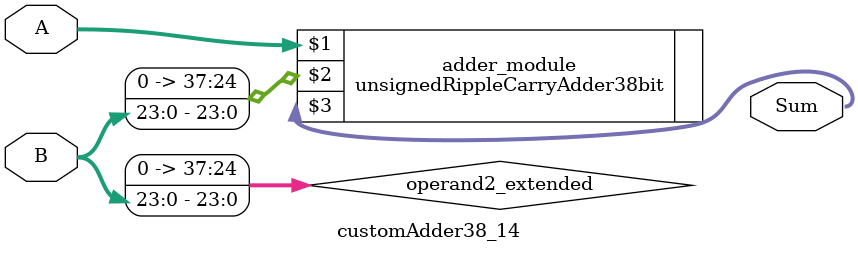
<source format=v>
module customAdder38_14(
                        input [37 : 0] A,
                        input [23 : 0] B,
                        
                        output [38 : 0] Sum
                );

        wire [37 : 0] operand2_extended;
        
        assign operand2_extended =  {14'b0, B};
        
        unsignedRippleCarryAdder38bit adder_module(
            A,
            operand2_extended,
            Sum
        );
        
        endmodule
        
</source>
